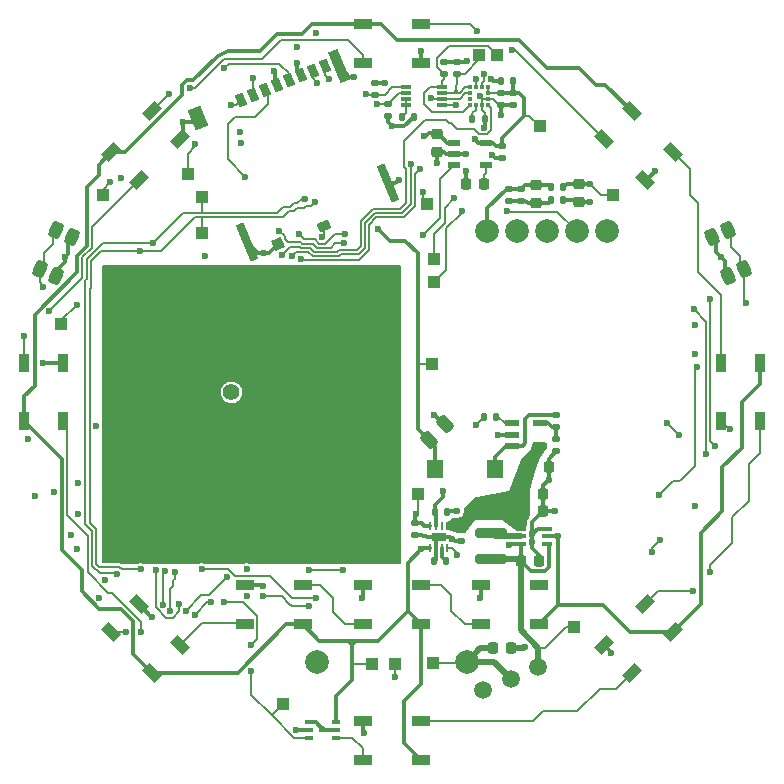
<source format=gbr>
%TF.GenerationSoftware,KiCad,Pcbnew,9.0.0*%
%TF.CreationDate,2025-02-26T14:35:45+01:00*%
%TF.ProjectId,relativeGPS,72656c61-7469-4766-9547-50532e6b6963,rev?*%
%TF.SameCoordinates,Original*%
%TF.FileFunction,Copper,L1,Top*%
%TF.FilePolarity,Positive*%
%FSLAX46Y46*%
G04 Gerber Fmt 4.6, Leading zero omitted, Abs format (unit mm)*
G04 Created by KiCad (PCBNEW 9.0.0) date 2025-02-26 14:35:45*
%MOMM*%
%LPD*%
G01*
G04 APERTURE LIST*
G04 Aperture macros list*
%AMRoundRect*
0 Rectangle with rounded corners*
0 $1 Rounding radius*
0 $2 $3 $4 $5 $6 $7 $8 $9 X,Y pos of 4 corners*
0 Add a 4 corners polygon primitive as box body*
4,1,4,$2,$3,$4,$5,$6,$7,$8,$9,$2,$3,0*
0 Add four circle primitives for the rounded corners*
1,1,$1+$1,$2,$3*
1,1,$1+$1,$4,$5*
1,1,$1+$1,$6,$7*
1,1,$1+$1,$8,$9*
0 Add four rect primitives between the rounded corners*
20,1,$1+$1,$2,$3,$4,$5,0*
20,1,$1+$1,$4,$5,$6,$7,0*
20,1,$1+$1,$6,$7,$8,$9,0*
20,1,$1+$1,$8,$9,$2,$3,0*%
%AMRotRect*
0 Rectangle, with rotation*
0 The origin of the aperture is its center*
0 $1 length*
0 $2 width*
0 $3 Rotation angle, in degrees counterclockwise*
0 Add horizontal line*
21,1,$1,$2,0,0,$3*%
G04 Aperture macros list end*
%TA.AperFunction,SMDPad,CuDef*%
%ADD10RotRect,0.700000X1.100000X22.500000*%
%TD*%
%TA.AperFunction,SMDPad,CuDef*%
%ADD11RotRect,0.900000X0.930000X22.500000*%
%TD*%
%TA.AperFunction,SMDPad,CuDef*%
%ADD12RotRect,1.050000X0.780000X22.500000*%
%TD*%
%TA.AperFunction,SMDPad,CuDef*%
%ADD13RotRect,1.140000X1.830000X22.500000*%
%TD*%
%TA.AperFunction,SMDPad,CuDef*%
%ADD14RotRect,0.860000X2.800000X22.500000*%
%TD*%
%TA.AperFunction,SMDPad,CuDef*%
%ADD15RotRect,0.700000X3.330000X22.500000*%
%TD*%
%TA.AperFunction,TestPad*%
%ADD16R,1.000000X1.000000*%
%TD*%
%TA.AperFunction,SMDPad,CuDef*%
%ADD17RoundRect,0.135000X-0.185000X0.135000X-0.185000X-0.135000X0.185000X-0.135000X0.185000X0.135000X0*%
%TD*%
%TA.AperFunction,SMDPad,CuDef*%
%ADD18R,1.450000X1.500000*%
%TD*%
%TA.AperFunction,ComponentPad*%
%ADD19C,1.500000*%
%TD*%
%TA.AperFunction,SMDPad,CuDef*%
%ADD20RoundRect,0.033333X0.391667X0.116667X-0.391667X0.116667X-0.391667X-0.116667X0.391667X-0.116667X0*%
%TD*%
%TA.AperFunction,SMDPad,CuDef*%
%ADD21RoundRect,0.225000X-0.225000X-0.250000X0.225000X-0.250000X0.225000X0.250000X-0.225000X0.250000X0*%
%TD*%
%TA.AperFunction,ComponentPad*%
%ADD22C,1.400000*%
%TD*%
%TA.AperFunction,SMDPad,CuDef*%
%ADD23RoundRect,0.135000X0.135000X0.185000X-0.135000X0.185000X-0.135000X-0.185000X0.135000X-0.185000X0*%
%TD*%
%TA.AperFunction,SMDPad,CuDef*%
%ADD24R,1.200000X0.600000*%
%TD*%
%TA.AperFunction,SMDPad,CuDef*%
%ADD25RoundRect,0.135000X0.185000X-0.135000X0.185000X0.135000X-0.185000X0.135000X-0.185000X-0.135000X0*%
%TD*%
%TA.AperFunction,SMDPad,CuDef*%
%ADD26R,1.500000X0.900000*%
%TD*%
%TA.AperFunction,SMDPad,CuDef*%
%ADD27RoundRect,0.135000X-0.135000X-0.185000X0.135000X-0.185000X0.135000X0.185000X-0.135000X0.185000X0*%
%TD*%
%TA.AperFunction,SMDPad,CuDef*%
%ADD28RoundRect,0.100000X0.350000X0.100000X-0.350000X0.100000X-0.350000X-0.100000X0.350000X-0.100000X0*%
%TD*%
%TA.AperFunction,SMDPad,CuDef*%
%ADD29RoundRect,0.100000X-0.350000X-0.100000X0.350000X-0.100000X0.350000X0.100000X-0.350000X0.100000X0*%
%TD*%
%TA.AperFunction,SMDPad,CuDef*%
%ADD30RotRect,1.500000X0.900000X45.000000*%
%TD*%
%TA.AperFunction,SMDPad,CuDef*%
%ADD31RoundRect,0.225000X0.225000X0.250000X-0.225000X0.250000X-0.225000X-0.250000X0.225000X-0.250000X0*%
%TD*%
%TA.AperFunction,SMDPad,CuDef*%
%ADD32RoundRect,0.225000X-0.250000X0.225000X-0.250000X-0.225000X0.250000X-0.225000X0.250000X0.225000X0*%
%TD*%
%TA.AperFunction,SMDPad,CuDef*%
%ADD33RotRect,1.500000X0.900000X225.000000*%
%TD*%
%TA.AperFunction,SMDPad,CuDef*%
%ADD34R,0.254000X0.711200*%
%TD*%
%TA.AperFunction,SMDPad,CuDef*%
%ADD35R,1.295400X0.711200*%
%TD*%
%TA.AperFunction,SMDPad,CuDef*%
%ADD36RoundRect,0.200000X1.150000X-0.200000X1.150000X0.200000X-1.150000X0.200000X-1.150000X-0.200000X0*%
%TD*%
%TA.AperFunction,SMDPad,CuDef*%
%ADD37R,0.381000X0.355600*%
%TD*%
%TA.AperFunction,SMDPad,CuDef*%
%ADD38R,0.355600X0.381000*%
%TD*%
%TA.AperFunction,SMDPad,CuDef*%
%ADD39R,0.900000X1.500000*%
%TD*%
%TA.AperFunction,SMDPad,CuDef*%
%ADD40RoundRect,0.250000X0.159099X-0.512652X0.512652X-0.159099X-0.159099X0.512652X-0.512652X0.159099X0*%
%TD*%
%TA.AperFunction,SMDPad,CuDef*%
%ADD41RoundRect,0.262500X0.409942X-0.303743X0.075094X0.504652X-0.409942X0.303743X-0.075094X-0.504652X0*%
%TD*%
%TA.AperFunction,SMDPad,CuDef*%
%ADD42RotRect,1.500000X0.900000X315.000000*%
%TD*%
%TA.AperFunction,SMDPad,CuDef*%
%ADD43RotRect,1.500000X0.900000X135.000000*%
%TD*%
%TA.AperFunction,TestPad*%
%ADD44R,0.720000X0.350000*%
%TD*%
%TA.AperFunction,SMDPad,CuDef*%
%ADD45RoundRect,0.055000X0.445000X0.220000X-0.445000X0.220000X-0.445000X-0.220000X0.445000X-0.220000X0*%
%TD*%
%TA.AperFunction,SMDPad,CuDef*%
%ADD46RoundRect,0.262500X-0.075094X0.504652X-0.409942X-0.303743X0.075094X-0.504652X0.409942X0.303743X0*%
%TD*%
%TA.AperFunction,ComponentPad*%
%ADD47C,2.000000*%
%TD*%
%TA.AperFunction,ViaPad*%
%ADD48C,0.600000*%
%TD*%
%TA.AperFunction,Conductor*%
%ADD49C,0.150000*%
%TD*%
%TA.AperFunction,Conductor*%
%ADD50C,0.300000*%
%TD*%
%TA.AperFunction,Conductor*%
%ADD51C,0.500000*%
%TD*%
%TA.AperFunction,Conductor*%
%ADD52C,0.200000*%
%TD*%
G04 APERTURE END LIST*
D10*
%TO.P,CN4,1,DAT2*%
%TO.N,/SD_DAT2*%
X87200737Y-75298479D03*
%TO.P,CN4,2,CD/DAT3*%
%TO.N,/SD_DAT3*%
X88217004Y-74877527D03*
%TO.P,CN4,3,CMD*%
%TO.N,/SD_CMD*%
X89233272Y-74456576D03*
%TO.P,CN4,4,VDD*%
%TO.N,+3.3V*%
X90249539Y-74035624D03*
%TO.P,CN4,5,CLK*%
%TO.N,Net-(CN4-CLK)*%
X91265807Y-73614672D03*
%TO.P,CN4,6,VSS*%
%TO.N,GND*%
X92282074Y-73193720D03*
%TO.P,CN4,7,DAT0*%
%TO.N,/SD_DAT0*%
X93298342Y-72772769D03*
%TO.P,CN4,8,DAT1*%
%TO.N,/SD_DAT1*%
X94314609Y-72351817D03*
D11*
%TO.P,CN4,9,VSS*%
%TO.N,GND*%
X90317142Y-87499641D03*
D12*
%TO.P,CN4,10,DETECT_SW*%
%TO.N,/SD_DETECT*%
X94286189Y-85936787D03*
D13*
%TO.P,CN4,P1,SHIELD*%
%TO.N,GND*%
X83621825Y-76797149D03*
D14*
%TO.P,CN4,P2,SHIELD*%
X95503741Y-72400458D03*
D15*
%TO.P,CN4,P3,SHIELD*%
X87723760Y-87274984D03*
%TO.P,CN4,P4,SHIELD*%
X99697239Y-82315407D03*
%TD*%
D16*
%TO.P,TP8,1*%
%TO.N,/MAG_ACC/LSM_SCL*%
X107400000Y-71500000D03*
%TD*%
D17*
%TO.P,C12,1*%
%TO.N,+1V8*%
X109230511Y-74690000D03*
%TO.P,C12,2*%
%TO.N,GND*%
X109230511Y-75710000D03*
%TD*%
D16*
%TO.P,TP1,1*%
%TO.N,+BATT*%
X103500000Y-122900000D03*
%TD*%
D18*
%TO.P,L2,1,1*%
%TO.N,Net-(U4-SW)*%
X108725000Y-106500000D03*
%TO.P,L2,2,2*%
%TO.N,+3.3V_GPS*%
X103675000Y-106500000D03*
%TD*%
D19*
%TO.P,SW1,1*%
%TO.N,unconnected-(SW1-Pad1)*%
X107708353Y-125246951D03*
%TO.P,SW1,2*%
%TO.N,+BATT*%
X110055007Y-124274935D03*
%TO.P,SW1,3*%
%TO.N,+3V0*%
X112401661Y-123302919D03*
%TD*%
D20*
%TO.P,U2,1,GND*%
%TO.N,GND*%
X104280511Y-75650000D03*
%TO.P,U2,2,VREF1*%
%TO.N,+1V8*%
X104280511Y-75150000D03*
%TO.P,U2,3,SCL1*%
%TO.N,/MAG_ACC/LSM_SCL*%
X104280511Y-74650000D03*
%TO.P,U2,4,SDA1*%
%TO.N,/MAG_ACC/LSM_SDA*%
X104280511Y-74150000D03*
%TO.P,U2,5,SDA2*%
%TO.N,/SDA*%
X101180511Y-74150000D03*
%TO.P,U2,6,SCL2*%
%TO.N,/SCL*%
X101180511Y-74650000D03*
%TO.P,U2,7,VREF2*%
%TO.N,Net-(U2-EN)*%
X101180511Y-75150000D03*
%TO.P,U2,8,EN*%
X101180511Y-75650000D03*
%TD*%
D16*
%TO.P,TP14,1*%
%TO.N,/LED_DATA*%
X90800000Y-126400000D03*
%TD*%
D21*
%TO.P,C20,1*%
%TO.N,+3V0*%
X110924999Y-114300000D03*
%TO.P,C20,2*%
%TO.N,GND*%
X112474999Y-114300000D03*
%TD*%
D17*
%TO.P,R5,1*%
%TO.N,+1V8*%
X105530511Y-72030000D03*
%TO.P,R5,2*%
%TO.N,/MAG_ACC/LSM_SCL*%
X105530511Y-73050000D03*
%TD*%
D16*
%TO.P,TP2,1*%
%TO.N,+3V0*%
X115400000Y-119900000D03*
%TD*%
D22*
%TO.P,ANT1,1*%
%TO.N,Net-(ANT1-Pad1)*%
X86415000Y-100015000D03*
%TD*%
D21*
%TO.P,C25,1*%
%TO.N,+5V*%
X111250000Y-108600000D03*
%TO.P,C25,2*%
%TO.N,GND*%
X112800000Y-108600000D03*
%TD*%
D23*
%TO.P,C30,1*%
%TO.N,+1V8*%
X110240511Y-73700000D03*
%TO.P,C30,2*%
%TO.N,GND*%
X109220511Y-73700000D03*
%TD*%
D24*
%TO.P,U4,1,EN*%
%TO.N,Net-(U4-EN)*%
X110200000Y-102650000D03*
%TO.P,U4,2,GND*%
%TO.N,GND*%
X110200000Y-103600000D03*
%TO.P,U4,3,SW*%
%TO.N,Net-(U4-SW)*%
X110200000Y-104550000D03*
%TO.P,U4,4,IN*%
%TO.N,+5V*%
X112500000Y-104550000D03*
%TO.P,U4,5,FB*%
%TO.N,Net-(U4-FB)*%
X112500000Y-102650000D03*
%TD*%
D16*
%TO.P,TP5,1*%
%TO.N,+3.3V_LORA*%
X118700000Y-83300000D03*
%TD*%
D25*
%TO.P,R10,1*%
%TO.N,+3.3V*%
X99650000Y-76620000D03*
%TO.P,R10,2*%
%TO.N,/SCL*%
X99650000Y-75600000D03*
%TD*%
D26*
%TO.P,D1,1,VDD*%
%TO.N,+5V*%
X102450000Y-131150000D03*
%TO.P,D1,2,DOUT*%
%TO.N,Net-(D1-DOUT)*%
X102450000Y-127850000D03*
%TO.P,D1,3,GND*%
%TO.N,GND*%
X97550000Y-127850000D03*
%TO.P,D1,4,DIN*%
%TO.N,Net-(D1-DIN)*%
X97550000Y-131150000D03*
%TD*%
D27*
%TO.P,R1,1*%
%TO.N,/3V3_TESEO_EN*%
X107790000Y-102100000D03*
%TO.P,R1,2*%
%TO.N,Net-(U4-EN)*%
X108810000Y-102100000D03*
%TD*%
D28*
%TO.P,U8,1,VIN*%
%TO.N,+3V0*%
X113099999Y-112850000D03*
%TO.P,U8,2,FB*%
%TO.N,+5V*%
X113099999Y-112200000D03*
%TO.P,U8,3,GND*%
%TO.N,GND*%
X113099999Y-111550000D03*
D29*
%TO.P,U8,4,VOUT*%
%TO.N,+5V*%
X110899999Y-111550000D03*
%TO.P,U8,5,L*%
%TO.N,Net-(U8-L)*%
X110899999Y-112200000D03*
%TO.P,U8,6,EN*%
%TO.N,+3V0*%
X110899999Y-112850000D03*
%TD*%
D16*
%TO.P,TP7,1*%
%TO.N,+1V8*%
X112500000Y-77500000D03*
%TD*%
D26*
%TO.P,D5,1,VDD*%
%TO.N,+5V*%
X97550000Y-68850000D03*
%TO.P,D5,2,DOUT*%
%TO.N,Net-(D5-DOUT)*%
X97550000Y-72150000D03*
%TO.P,D5,3,GND*%
%TO.N,GND*%
X102450000Y-72150000D03*
%TO.P,D5,4,DIN*%
%TO.N,Net-(D4-DOUT)*%
X102450000Y-68850000D03*
%TD*%
D21*
%TO.P,C19,1*%
%TO.N,+5V*%
X111249999Y-110100000D03*
%TO.P,C19,2*%
%TO.N,GND*%
X112799999Y-110100000D03*
%TD*%
%TO.P,C15,1*%
%TO.N,+BATT*%
X108550000Y-121700000D03*
%TO.P,C15,2*%
%TO.N,GND*%
X110100000Y-121700000D03*
%TD*%
D26*
%TO.P,D9,1,VDD*%
%TO.N,+5V*%
X92450000Y-119650000D03*
%TO.P,D9,2,DOUT*%
%TO.N,Net-(D10-DIN)*%
X92450000Y-116350000D03*
%TO.P,D9,3,GND*%
%TO.N,GND*%
X87550000Y-116350000D03*
%TO.P,D9,4,DIN*%
%TO.N,Net-(D8-DOUT)*%
X87550000Y-119650000D03*
%TD*%
D30*
%TO.P,D6,1,VDD*%
%TO.N,+5V*%
X76241212Y-79706035D03*
%TO.P,D6,2,DOUT*%
%TO.N,Net-(D6-DOUT)*%
X78574665Y-82039488D03*
%TO.P,D6,3,GND*%
%TO.N,GND*%
X82039488Y-78574665D03*
%TO.P,D6,4,DIN*%
%TO.N,Net-(D5-DOUT)*%
X79706035Y-76241212D03*
%TD*%
D31*
%TO.P,C2,1*%
%TO.N,GND*%
X113275000Y-106300000D03*
%TO.P,C2,2*%
%TO.N,+5V*%
X111725000Y-106300000D03*
%TD*%
%TO.P,C18,1*%
%TO.N,Net-(U9-NR)*%
X107830511Y-82400000D03*
%TO.P,C18,2*%
%TO.N,GND*%
X106280511Y-82400000D03*
%TD*%
D17*
%TO.P,R4,1*%
%TO.N,Net-(U4-FB)*%
X113900000Y-103980000D03*
%TO.P,R4,2*%
%TO.N,GND*%
X113900000Y-105000000D03*
%TD*%
%TO.P,C21,1*%
%TO.N,Net-(U10-VDD)*%
X110900000Y-82790000D03*
%TO.P,C21,2*%
%TO.N,Net-(C21-Pad2)*%
X110900000Y-83810000D03*
%TD*%
D23*
%TO.P,R8,1*%
%TO.N,+3.3V*%
X101850511Y-76700000D03*
%TO.P,R8,2*%
%TO.N,Net-(U2-EN)*%
X100830511Y-76700000D03*
%TD*%
D16*
%TO.P,TP9,1*%
%TO.N,/MAG_ACC/LSM_SDA*%
X108900000Y-71500000D03*
%TD*%
D17*
%TO.P,C7,1*%
%TO.N,+1V8*%
X110240511Y-74700000D03*
%TO.P,C7,2*%
%TO.N,GND*%
X110240511Y-75720000D03*
%TD*%
D32*
%TO.P,C23,1*%
%TO.N,+3.3V_LORA*%
X115800000Y-82375000D03*
%TO.P,C23,2*%
%TO.N,GND*%
X115800000Y-83925000D03*
%TD*%
D26*
%TO.P,D10,1,VDD*%
%TO.N,+5V*%
X102450000Y-119650000D03*
%TO.P,D10,2,DOUT*%
%TO.N,Net-(D10-DOUT)*%
X102450000Y-116350000D03*
%TO.P,D10,3,GND*%
%TO.N,GND*%
X97550000Y-116350000D03*
%TO.P,D10,4,DIN*%
%TO.N,Net-(D10-DIN)*%
X97550000Y-119650000D03*
%TD*%
D17*
%TO.P,R3,1*%
%TO.N,Net-(U4-SW)*%
X113900000Y-101900000D03*
%TO.P,R3,2*%
%TO.N,Net-(U4-FB)*%
X113900000Y-102920000D03*
%TD*%
D16*
%TO.P,TP10,1*%
%TO.N,/GPS/3V3_TESEO_FILTERED*%
X82700000Y-81500000D03*
%TD*%
D17*
%TO.P,C13,1*%
%TO.N,+1V8*%
X109330511Y-79130000D03*
%TO.P,C13,2*%
%TO.N,GND*%
X109330511Y-80150000D03*
%TD*%
D26*
%TO.P,D11,1,VDD*%
%TO.N,+5V*%
X112450000Y-119650000D03*
%TO.P,D11,2,DOUT*%
%TO.N,unconnected-(D11-DOUT-Pad2)*%
X112450000Y-116350000D03*
%TO.P,D11,3,GND*%
%TO.N,GND*%
X107550000Y-116350000D03*
%TO.P,D11,4,DIN*%
%TO.N,Net-(D10-DOUT)*%
X107550000Y-119650000D03*
%TD*%
D33*
%TO.P,D2,1,VDD*%
%TO.N,+5V*%
X123758788Y-120293965D03*
%TO.P,D2,2,DOUT*%
%TO.N,Net-(D2-DOUT)*%
X121425335Y-117960512D03*
%TO.P,D2,3,GND*%
%TO.N,GND*%
X117960512Y-121425335D03*
%TO.P,D2,4,DIN*%
%TO.N,Net-(D1-DOUT)*%
X120293965Y-123758788D03*
%TD*%
D34*
%TO.P,U13,1,VIN*%
%TO.N,+5V*%
X103199998Y-113205000D03*
%TO.P,U13,2,GND*%
%TO.N,GND*%
X103699999Y-113205000D03*
%TO.P,U13,3,BYP*%
%TO.N,Net-(U13-BYP)*%
X104199999Y-113205000D03*
%TO.P,U13,4,EN2*%
%TO.N,/3V3_RYLR_EN*%
X104700000Y-113205000D03*
%TO.P,U13,5,EN1*%
%TO.N,+5V*%
X104700000Y-111300000D03*
%TO.P,U13,6,NC*%
%TO.N,unconnected-(U13-NC-Pad6)*%
X104199999Y-111300000D03*
%TO.P,U13,7,VOUT2*%
%TO.N,+3.3V_LORA*%
X103699999Y-111300000D03*
%TO.P,U13,8,VOUT1*%
%TO.N,+3.3V*%
X103199998Y-111300000D03*
D35*
%TO.P,U13,9,PAD*%
%TO.N,GND*%
X103949999Y-112252500D03*
%TD*%
D17*
%TO.P,R7,1*%
%TO.N,+1V8*%
X104430511Y-72030000D03*
%TO.P,R7,2*%
%TO.N,/MAG_ACC/LSM_SDA*%
X104430511Y-73050000D03*
%TD*%
D36*
%TO.P,L4,1,1*%
%TO.N,+3V0*%
X108399999Y-114100000D03*
%TO.P,L4,2,2*%
%TO.N,Net-(U8-L)*%
X108399999Y-111900000D03*
%TD*%
D37*
%TO.P,U1,1,SCL/SPC*%
%TO.N,/MAG_ACC/LSM_SCL*%
X106606511Y-74200000D03*
%TO.P,U1,2,CS*%
%TO.N,+1V8*%
X106606511Y-74700126D03*
%TO.P,U1,3,NC*%
%TO.N,unconnected-(U1-NC-Pad3)*%
X106606511Y-75200252D03*
%TO.P,U1,4,SDA/SDI/SDO*%
%TO.N,/MAG_ACC/LSM_SDA*%
X106606511Y-75700378D03*
D38*
%TO.P,U1,5,C1*%
%TO.N,Net-(U1-C1)*%
X107118448Y-75712189D03*
%TO.P,U1,6,GND*%
%TO.N,GND*%
X107618574Y-75712189D03*
D37*
%TO.P,U1,7,DRDY/MAG_INT*%
%TO.N,/MAG_ACC_DRDY*%
X108130511Y-75700378D03*
%TO.P,U1,8,GND*%
%TO.N,GND*%
X108130511Y-75200252D03*
%TO.P,U1,9,VDD*%
%TO.N,+1V8*%
X108130511Y-74700126D03*
%TO.P,U1,10,VDD_IO*%
X108130511Y-74200000D03*
D38*
%TO.P,U1,11,INT2_XL*%
%TO.N,/MAG_ACC_INT2*%
X107618574Y-74188189D03*
%TO.P,U1,12,INT1_XL*%
%TO.N,/MAG_ACC_INT1*%
X107118448Y-74188189D03*
%TD*%
D39*
%TO.P,D7,1,VDD*%
%TO.N,+5V*%
X68850000Y-102450000D03*
%TO.P,D7,2,DOUT*%
%TO.N,Net-(D7-DOUT)*%
X72150000Y-102450000D03*
%TO.P,D7,3,GND*%
%TO.N,GND*%
X72150000Y-97550000D03*
%TO.P,D7,4,DIN*%
%TO.N,Net-(D6-DOUT)*%
X68850000Y-97550000D03*
%TD*%
D16*
%TO.P,TP12,1*%
%TO.N,/SCL*%
X83900000Y-86500000D03*
%TD*%
D32*
%TO.P,C16,1*%
%TO.N,+3V0*%
X103780511Y-78150000D03*
%TO.P,C16,2*%
%TO.N,GND*%
X103780511Y-79700000D03*
%TD*%
D40*
%TO.P,C3,1*%
%TO.N,+3.3V_GPS*%
X103128249Y-104071751D03*
%TO.P,C3,2*%
%TO.N,GND*%
X104471751Y-102728249D03*
%TD*%
D16*
%TO.P,TP6,1*%
%TO.N,+3.3V*%
X102200000Y-108600000D03*
%TD*%
D23*
%TO.P,L5,1,1*%
%TO.N,+3.3V_LORA*%
X114510000Y-82650000D03*
%TO.P,L5,2,2*%
%TO.N,Net-(U10-VDD)*%
X113490000Y-82650000D03*
%TD*%
D27*
%TO.P,C11,1*%
%TO.N,+3.3V_LORA*%
X103670000Y-110120000D03*
%TO.P,C11,2*%
%TO.N,GND*%
X104690000Y-110120000D03*
%TD*%
D17*
%TO.P,C24,1*%
%TO.N,Net-(U10-VDD)*%
X109875000Y-82790000D03*
%TO.P,C24,2*%
%TO.N,Net-(C21-Pad2)*%
X109875000Y-83810000D03*
%TD*%
%TO.P,R9,1*%
%TO.N,+3.3V*%
X98550000Y-73790000D03*
%TO.P,R9,2*%
%TO.N,/SDA*%
X98550000Y-74810000D03*
%TD*%
D16*
%TO.P,TP4,1*%
%TO.N,+3.3V_GPS*%
X103400000Y-97600000D03*
%TD*%
%TO.P,TP18,1*%
%TO.N,/RYLR998_RX*%
X103600000Y-88700000D03*
%TD*%
D23*
%TO.P,C9,1*%
%TO.N,Net-(U13-BYP)*%
X104600000Y-114320000D03*
%TO.P,C9,2*%
%TO.N,GND*%
X103580000Y-114320000D03*
%TD*%
D41*
%TO.P,SW3,1*%
%TO.N,GND*%
X128474508Y-90153780D03*
X127096847Y-86827812D03*
%TO.P,SW3,2*%
%TO.N,/BUTTON_2*%
X129814133Y-89598888D03*
X128436472Y-86272920D03*
%TD*%
D32*
%TO.P,C22,1*%
%TO.N,Net-(U10-VDD)*%
X112200000Y-82450000D03*
%TO.P,C22,2*%
%TO.N,Net-(C21-Pad2)*%
X112200000Y-84000000D03*
%TD*%
D39*
%TO.P,D3,1,VDD*%
%TO.N,+5V*%
X131150000Y-97550000D03*
%TO.P,D3,2,DOUT*%
%TO.N,Net-(D3-DOUT)*%
X127850000Y-97550000D03*
%TO.P,D3,3,GND*%
%TO.N,GND*%
X127850000Y-102450000D03*
%TO.P,D3,4,DIN*%
%TO.N,Net-(D2-DOUT)*%
X131150000Y-102450000D03*
%TD*%
D17*
%TO.P,C10,1*%
%TO.N,+3.3V*%
X101980000Y-111110000D03*
%TO.P,C10,2*%
%TO.N,GND*%
X101980000Y-112130000D03*
%TD*%
D16*
%TO.P,TP13,1*%
%TO.N,/SDA*%
X83900000Y-83500000D03*
%TD*%
%TO.P,TP19,1*%
%TO.N,/RYLR998_TX*%
X103600000Y-90700000D03*
%TD*%
D27*
%TO.P,C14,1*%
%TO.N,Net-(U1-C1)*%
X106820511Y-76900000D03*
%TO.P,C14,2*%
%TO.N,GND*%
X107840511Y-76900000D03*
%TD*%
D42*
%TO.P,D4,1,VDD*%
%TO.N,+5V*%
X120293965Y-76241212D03*
%TO.P,D4,2,DOUT*%
%TO.N,Net-(D4-DOUT)*%
X117960512Y-78574665D03*
%TO.P,D4,3,GND*%
%TO.N,GND*%
X121425335Y-82039488D03*
%TO.P,D4,4,DIN*%
%TO.N,Net-(D3-DOUT)*%
X123758788Y-79706035D03*
%TD*%
D16*
%TO.P,TP3,1*%
%TO.N,+5V*%
X98300000Y-123000000D03*
%TD*%
%TO.P,TP11,1*%
%TO.N,GND*%
X100300000Y-123000000D03*
%TD*%
D43*
%TO.P,D8,1,VDD*%
%TO.N,+5V*%
X79706035Y-123758788D03*
%TO.P,D8,2,DOUT*%
%TO.N,Net-(D8-DOUT)*%
X82039488Y-121425335D03*
%TO.P,D8,3,GND*%
%TO.N,GND*%
X78574665Y-117960512D03*
%TO.P,D8,4,DIN*%
%TO.N,Net-(D7-DOUT)*%
X76241212Y-120293965D03*
%TD*%
D44*
%TO.P,U7,1,VCCA*%
%TO.N,+3.3V*%
X92950000Y-127950000D03*
%TO.P,U7,2,GND*%
%TO.N,GND*%
X92950000Y-128600000D03*
%TO.P,U7,3,A*%
%TO.N,/LED_DATA*%
X92950000Y-129250000D03*
%TO.P,U7,4,B*%
%TO.N,Net-(D1-DIN)*%
X95250000Y-129250000D03*
%TO.P,U7,5,DIR*%
%TO.N,+3.3V*%
X95250000Y-128600000D03*
%TO.P,U7,6,VCCB*%
%TO.N,+5V*%
X95250000Y-127950000D03*
%TD*%
D23*
%TO.P,L6,1,1*%
%TO.N,GND*%
X114510000Y-83775000D03*
%TO.P,L6,2,2*%
%TO.N,Net-(C21-Pad2)*%
X113490000Y-83775000D03*
%TD*%
D17*
%TO.P,C8,1*%
%TO.N,+5V*%
X105880000Y-111610000D03*
%TO.P,C8,2*%
%TO.N,GND*%
X105880000Y-112630000D03*
%TD*%
D45*
%TO.P,U9,1,VIN*%
%TO.N,+3V0*%
X105280511Y-78900000D03*
%TO.P,U9,2,GND*%
%TO.N,GND*%
X105280511Y-79850000D03*
%TO.P,U9,3,EN*%
%TO.N,/1V8_ACC_MAG_EN*%
X105280511Y-80800000D03*
%TO.P,U9,4,NR*%
%TO.N,Net-(U9-NR)*%
X107980511Y-80800000D03*
%TO.P,U9,5,VOUT*%
%TO.N,+1V8*%
X107980511Y-78900000D03*
%TD*%
D46*
%TO.P,SW2,1*%
%TO.N,GND*%
X72903153Y-86827812D03*
X71525492Y-90153780D03*
%TO.P,SW2,2*%
%TO.N,/BUTTON_1*%
X71563528Y-86272920D03*
X70185867Y-89598888D03*
%TD*%
D16*
%TO.P,TP16,1*%
%TO.N,/TESEO_RX*%
X72000000Y-94200000D03*
%TD*%
%TO.P,TP17,1*%
%TO.N,/TESEO_TX*%
X75500000Y-83300000D03*
%TD*%
D47*
%TO.P,U10,1,GND*%
%TO.N,GND*%
X118230000Y-86400000D03*
%TO.P,U10,2,TX*%
%TO.N,/RYLR998_TX*%
X115690000Y-86400000D03*
%TO.P,U10,3,RX*%
%TO.N,/RYLR998_RX*%
X113150000Y-86400000D03*
%TO.P,U10,4,NRST*%
%TO.N,/RYLR998_NRST*%
X110610000Y-86400000D03*
%TO.P,U10,5,VDD*%
%TO.N,Net-(U10-VDD)*%
X108070000Y-86400000D03*
%TD*%
D16*
%TO.P,TP15,1*%
%TO.N,/SD_DETECT*%
X103000000Y-84100000D03*
%TD*%
D47*
%TO.P,B7,1*%
%TO.N,+BATT*%
X106350000Y-122850000D03*
%TO.P,B7,2*%
%TO.N,GND*%
X93700000Y-122850000D03*
%TD*%
D48*
%TO.N,GND*%
X113800000Y-110100000D03*
X76300000Y-103700000D03*
X93700000Y-95900000D03*
X105500000Y-110100000D03*
X125700000Y-94300000D03*
X88700000Y-91400000D03*
X100300000Y-124100000D03*
X109200000Y-76500000D03*
X109000000Y-103600000D03*
X111899999Y-112000000D03*
X96800000Y-73300000D03*
X106300000Y-81300000D03*
X93700000Y-105500000D03*
X97500000Y-117400000D03*
X100600000Y-82000000D03*
X103600000Y-101900000D03*
X93700000Y-91300000D03*
X113300000Y-107400000D03*
X127900000Y-88600000D03*
X93700000Y-101500000D03*
X73400000Y-110300000D03*
X92500000Y-109000000D03*
X71400000Y-108500000D03*
X108412960Y-73530726D03*
X81600000Y-95800000D03*
X83786799Y-96550000D03*
X85000000Y-101300000D03*
X88700000Y-101600000D03*
X83800000Y-95400000D03*
X70500000Y-97500000D03*
X102500000Y-71100000D03*
X107500000Y-117400000D03*
X86100000Y-98000000D03*
X77700000Y-101200000D03*
X86100000Y-95800000D03*
X77900000Y-112700000D03*
X83800000Y-98200000D03*
X111899999Y-112700000D03*
X91900000Y-128600000D03*
X105430511Y-75725000D03*
X87200000Y-78900000D03*
X92000000Y-72100000D03*
X93400000Y-110100000D03*
X92001985Y-70775000D03*
X82300000Y-107800000D03*
X106300000Y-79800000D03*
X105100000Y-112400000D03*
X107430511Y-74950000D03*
X108500000Y-79900000D03*
X69800000Y-108800000D03*
X87900000Y-99100000D03*
X72300000Y-88600000D03*
X116800000Y-83900000D03*
X88600000Y-105700000D03*
X75200000Y-117400000D03*
X98700000Y-107000000D03*
X79705380Y-119005381D03*
X128656587Y-103156587D03*
X111300000Y-121600000D03*
X77800000Y-91500000D03*
X77100000Y-81900000D03*
X73350000Y-113275000D03*
X83800000Y-100000000D03*
X125700000Y-96800000D03*
X87600000Y-101000000D03*
X98800000Y-101600000D03*
X87100000Y-98300000D03*
X107800000Y-77600000D03*
X97600000Y-128900000D03*
X82300000Y-77100000D03*
X86400000Y-91300000D03*
X118550000Y-122100000D03*
X89100000Y-116400000D03*
X98600000Y-112600000D03*
X83550000Y-102850000D03*
X89200000Y-88200000D03*
X103800000Y-80600000D03*
X72800000Y-112125000D03*
X125700000Y-109650000D03*
X87713096Y-117277379D03*
X122300000Y-81300000D03*
X84200000Y-88500000D03*
X98900000Y-91100000D03*
X98700000Y-96000000D03*
X87709620Y-114190380D03*
X77600000Y-95800000D03*
X86100000Y-94000000D03*
X88400000Y-95900000D03*
%TO.N,+5V*%
X105900000Y-110800000D03*
X114099999Y-112200000D03*
X102500000Y-113300000D03*
X110899999Y-111000000D03*
%TO.N,/GPS/3V3_TESEO_FILTERED*%
X83300000Y-79000000D03*
%TO.N,+1V8*%
X103300000Y-75100000D03*
X106400000Y-72000000D03*
X107000000Y-78600000D03*
%TO.N,+3.3V*%
X74975000Y-102900000D03*
X90000000Y-72800000D03*
X93600000Y-69625000D03*
X94100000Y-128500000D03*
X123250000Y-102600000D03*
X99400000Y-73800000D03*
X87700000Y-115000000D03*
X100000000Y-77500000D03*
X75700000Y-115900000D03*
X102000000Y-110300000D03*
X69150000Y-104000000D03*
X73400000Y-107700000D03*
X124300000Y-103650000D03*
%TO.N,/3V3_RYLR_EN*%
X105500000Y-113800000D03*
X83900000Y-115000000D03*
X93600000Y-117400000D03*
%TO.N,/3V3_TESEO_EN*%
X93000000Y-118100000D03*
X107100000Y-102800000D03*
X89100000Y-117300000D03*
%TO.N,/SCL*%
X78722044Y-115000000D03*
X93500000Y-83900000D03*
X78700000Y-88050000D03*
X98750000Y-75600000D03*
%TO.N,/SDA*%
X97800000Y-74800000D03*
X79800000Y-87350000D03*
X76696987Y-115359231D03*
X92646270Y-83650311D03*
%TO.N,/MAG_ACC_INT1*%
X101600000Y-80700000D03*
X107100000Y-73500000D03*
X91500000Y-88506587D03*
%TO.N,/MAG_ACC_DRDY*%
X90680252Y-88393745D03*
%TO.N,/MAG_ACC_INT2*%
X102350000Y-81100000D03*
X107767170Y-73058541D03*
X92303686Y-88695497D03*
%TO.N,/TESEO_RX*%
X73300000Y-92600000D03*
%TO.N,/TESEO_TX*%
X76175000Y-82200000D03*
%TO.N,/NRST*%
X80000000Y-115100000D03*
X82000000Y-117900000D03*
%TO.N,/UART_RX*%
X125550000Y-93000000D03*
X81197995Y-118531773D03*
X81595624Y-115202621D03*
X126606587Y-105206587D03*
%TO.N,/1V8_ACC_MAG_EN*%
X95900000Y-115100000D03*
X102650000Y-86700000D03*
X93000000Y-115100000D03*
%TO.N,/RYLR998_RX*%
X105300000Y-83600000D03*
%TO.N,/RYLR998_TX*%
X105900000Y-84700000D03*
X109724087Y-84700913D03*
%TO.N,/UART_TX*%
X80795922Y-115180699D03*
X80600000Y-118000000D03*
X126950000Y-92100000D03*
X127350000Y-104550000D03*
%TO.N,/SWDIO*%
X82584456Y-118492228D03*
X86013973Y-115686027D03*
%TO.N,/SWCLK*%
X84700000Y-117775000D03*
X122706587Y-112493413D03*
X125850000Y-97900000D03*
X122025000Y-113500000D03*
X83300000Y-118850000D03*
X122600000Y-108750000D03*
%TO.N,/SD_DAT0*%
X93700000Y-73800000D03*
%TO.N,/SD_DAT3*%
X88200000Y-73400000D03*
X96000000Y-86600000D03*
X92100000Y-86600000D03*
%TO.N,/SD_CMD*%
X87600000Y-81800000D03*
%TO.N,/SD_DETECT*%
X94077360Y-86850000D03*
X102650000Y-83100000D03*
%TO.N,/SD_DAT1*%
X94700000Y-73500000D03*
%TO.N,/SD_DAT2*%
X86400000Y-75700000D03*
X90475001Y-86355839D03*
X95924999Y-87396479D03*
%TO.N,Net-(D2-DOUT)*%
X125500000Y-116850000D03*
X126950000Y-115200000D03*
%TO.N,Net-(D4-DOUT)*%
X110200000Y-71050000D03*
X107200000Y-69400000D03*
%TO.N,Net-(D5-DOUT)*%
X81150000Y-74750000D03*
X82900000Y-74250000D03*
%TO.N,Net-(D6-DOUT)*%
X68850000Y-95250000D03*
X71000000Y-93100000D03*
%TO.N,Net-(D7-DOUT)*%
X78750000Y-120350000D03*
X77450000Y-120300000D03*
%TO.N,/BUTTON_1*%
X70500000Y-91100000D03*
%TO.N,/BUTTON_2*%
X130000000Y-92450000D03*
%TO.N,/LED_DATA*%
X85750000Y-117775000D03*
X88100000Y-121400000D03*
X88100000Y-123600000D03*
%TO.N,+3V0*%
X109900000Y-112950000D03*
X102700000Y-78300000D03*
%TO.N,Net-(CN4-CLK)*%
X85800000Y-72600000D03*
%TO.N,+3.3V_GPS*%
X98800000Y-86200000D03*
X87113377Y-77935881D03*
%TO.N,+3.3V_LORA*%
X104300000Y-108400000D03*
X116800000Y-82400000D03*
%TD*%
D49*
%TO.N,+1V8*%
X103519297Y-75150000D02*
X104280511Y-75150000D01*
X103300000Y-75100000D02*
X103469297Y-75100000D01*
X103469297Y-75100000D02*
X103519297Y-75150000D01*
%TO.N,/MAG_ACC/LSM_SDA*%
X103250000Y-74150000D02*
X104280511Y-74150000D01*
X103400000Y-76300000D02*
X102700000Y-75600000D01*
X106006889Y-76300000D02*
X103400000Y-76300000D01*
X102700000Y-74700000D02*
X103250000Y-74150000D01*
X106606511Y-75700378D02*
X106006889Y-76300000D01*
X102700000Y-75600000D02*
X102700000Y-74700000D01*
D50*
%TO.N,GND*%
X102900000Y-112200000D02*
X102600000Y-112200000D01*
X110200000Y-103600000D02*
X109000000Y-103600000D01*
X102600000Y-112200000D02*
X102530000Y-112130000D01*
X111899999Y-112000000D02*
X111899999Y-111000000D01*
X103699999Y-114200001D02*
X103580000Y-114320000D01*
X108582234Y-73700000D02*
X108412960Y-73530726D01*
D49*
X107618574Y-76118574D02*
X107840511Y-76340511D01*
D50*
X112474999Y-113775000D02*
X112199999Y-113500000D01*
X104710000Y-110100000D02*
X104690000Y-110120000D01*
X104952500Y-112252500D02*
X105100000Y-112400000D01*
X112199999Y-113500000D02*
X111899999Y-113200000D01*
X70550000Y-97550000D02*
X72150000Y-97550000D01*
X102952500Y-112252500D02*
X102900000Y-112200000D01*
D49*
X107618574Y-75712189D02*
X107618574Y-76118574D01*
D50*
X109230511Y-75710000D02*
X109230511Y-76469489D01*
X109230511Y-76469489D02*
X109200000Y-76500000D01*
X112474999Y-114300000D02*
X112474999Y-113775000D01*
X103699999Y-113205000D02*
X103699999Y-112502500D01*
X118550000Y-122014823D02*
X117960512Y-121425335D01*
X118550000Y-122100000D02*
X118550000Y-122014823D01*
X113275000Y-106300000D02*
X113275000Y-105625000D01*
X115650000Y-83775000D02*
X115800000Y-83925000D01*
X103699999Y-112502500D02*
X103949999Y-112252500D01*
X96403283Y-73300000D02*
X96800000Y-73300000D01*
X113275000Y-107375000D02*
X113300000Y-107400000D01*
D49*
X107680763Y-75200252D02*
X107430511Y-74950000D01*
D50*
X90317142Y-87499641D02*
X89616783Y-88200000D01*
X106250000Y-79850000D02*
X106300000Y-79800000D01*
X128200000Y-89879272D02*
X128200000Y-88900000D01*
X72600000Y-88300000D02*
X72300000Y-88600000D01*
X88648776Y-88200000D02*
X89200000Y-88200000D01*
D49*
X109110000Y-75710000D02*
X108600252Y-75200252D01*
X107618574Y-75712189D02*
X107618574Y-75138063D01*
D50*
X121560512Y-82039488D02*
X122300000Y-81300000D01*
X112800000Y-107900000D02*
X113300000Y-107400000D01*
D49*
X100300000Y-123000000D02*
X100300000Y-124100000D01*
D50*
X103780511Y-79700000D02*
X104400000Y-79700000D01*
X105280511Y-79850000D02*
X106250000Y-79850000D01*
X102450000Y-71150000D02*
X102500000Y-71100000D01*
X103780511Y-80580511D02*
X103800000Y-80600000D01*
D49*
X128556587Y-103156587D02*
X127850000Y-102450000D01*
X105355511Y-75650000D02*
X105430511Y-75725000D01*
D50*
X112799999Y-110100000D02*
X113800000Y-110100000D01*
X109220511Y-73700000D02*
X108582234Y-73700000D01*
X92000000Y-72911646D02*
X92000000Y-72100000D01*
X107550000Y-116350000D02*
X107550000Y-117350000D01*
X102530000Y-112130000D02*
X101980000Y-112130000D01*
X103949999Y-112252500D02*
X104952500Y-112252500D01*
X99697239Y-82315407D02*
X100284593Y-82315407D01*
X106280511Y-81319489D02*
X106300000Y-81300000D01*
X92950000Y-128600000D02*
X91900000Y-128600000D01*
X112349999Y-111550000D02*
X113099999Y-111550000D01*
X113275000Y-106300000D02*
X113275000Y-107375000D01*
X128200000Y-88900000D02*
X127900000Y-88600000D01*
X106280511Y-82400000D02*
X106280511Y-81319489D01*
X87550000Y-116350000D02*
X89050000Y-116350000D01*
D51*
X110100000Y-121700000D02*
X111200000Y-121700000D01*
D50*
X72300000Y-88950000D02*
X72300000Y-88600000D01*
X100284593Y-82315407D02*
X100600000Y-82000000D01*
D49*
X108600252Y-75200252D02*
X108130511Y-75200252D01*
D50*
X97550000Y-117350000D02*
X97500000Y-117400000D01*
X104428249Y-102728249D02*
X103600000Y-101900000D01*
X111899999Y-112000000D02*
X112349999Y-111550000D01*
D49*
X107840511Y-76340511D02*
X107840511Y-76900000D01*
X127096847Y-86827812D02*
X127400000Y-87130965D01*
D50*
X112799999Y-110100000D02*
X112800000Y-108600000D01*
D49*
X104280511Y-75650000D02*
X105355511Y-75650000D01*
D50*
X92282074Y-73193720D02*
X92000000Y-72911646D01*
X111899999Y-112700000D02*
X111899999Y-112000000D01*
X97550000Y-128850000D02*
X97600000Y-128900000D01*
X109330511Y-80150000D02*
X108750000Y-80150000D01*
X97550000Y-127850000D02*
X97550000Y-128850000D01*
D49*
X128656587Y-103156587D02*
X128556587Y-103156587D01*
D50*
X105330000Y-112630000D02*
X105100000Y-112400000D01*
X83621825Y-76797149D02*
X83318974Y-77100000D01*
X127400000Y-87130965D02*
X127400000Y-88100000D01*
X111899999Y-111000000D02*
X112799999Y-110100000D01*
X72600000Y-87130965D02*
X72600000Y-88300000D01*
X113275000Y-105625000D02*
X113900000Y-105000000D01*
X110240511Y-75720000D02*
X109240511Y-75720000D01*
D49*
X108130511Y-75200252D02*
X107680763Y-75200252D01*
D50*
X102450000Y-72150000D02*
X102450000Y-71150000D01*
X105500000Y-110100000D02*
X104710000Y-110100000D01*
X109240511Y-75720000D02*
X109230511Y-75710000D01*
D49*
X109230511Y-75710000D02*
X109110000Y-75710000D01*
D50*
X79705380Y-119005381D02*
X79619534Y-119005381D01*
D49*
X107618574Y-75138063D02*
X107430511Y-74950000D01*
D50*
X83318974Y-77100000D02*
X82300000Y-77100000D01*
D51*
X111200000Y-121700000D02*
X111300000Y-121600000D01*
D50*
X111899999Y-113200000D02*
X111899999Y-112700000D01*
X114510000Y-83775000D02*
X115650000Y-83775000D01*
X71525492Y-90153780D02*
X71525492Y-89724508D01*
X89616783Y-88200000D02*
X89200000Y-88200000D01*
X79619534Y-119005381D02*
X78574665Y-117960512D01*
X121425335Y-82039488D02*
X121560512Y-82039488D01*
X107840511Y-77559489D02*
X107800000Y-77600000D01*
X72903153Y-86827812D02*
X72600000Y-87130965D01*
X89050000Y-116350000D02*
X89100000Y-116400000D01*
X97550000Y-116350000D02*
X97550000Y-117350000D01*
X105880000Y-112630000D02*
X105330000Y-112630000D01*
X87723760Y-87274984D02*
X88648776Y-88200000D01*
X116775000Y-83925000D02*
X116800000Y-83900000D01*
X104471751Y-102728249D02*
X104428249Y-102728249D01*
X103949999Y-112252500D02*
X102952500Y-112252500D01*
X115800000Y-83925000D02*
X116775000Y-83925000D01*
X107840511Y-76900000D02*
X107840511Y-77559489D01*
X108750000Y-80150000D02*
X108500000Y-79900000D01*
X103699999Y-113205000D02*
X103699999Y-114200001D01*
X104400000Y-79700000D02*
X104550000Y-79850000D01*
X112800000Y-108600000D02*
X112800000Y-107900000D01*
X107550000Y-117350000D02*
X107500000Y-117400000D01*
X82039488Y-78574665D02*
X82300000Y-78314153D01*
X127400000Y-88100000D02*
X127900000Y-88600000D01*
X71525492Y-89724508D02*
X72300000Y-88950000D01*
X95503741Y-72400458D02*
X96403283Y-73300000D01*
X70500000Y-97500000D02*
X70550000Y-97550000D01*
X82300000Y-78314153D02*
X82300000Y-77100000D01*
X103780511Y-79700000D02*
X103780511Y-80580511D01*
D49*
X128474508Y-90153780D02*
X128200000Y-89879272D01*
D50*
X104550000Y-79850000D02*
X105280511Y-79850000D01*
%TO.N,+5V*%
X102450000Y-119650000D02*
X102450000Y-124750000D01*
X113099998Y-112200000D02*
X113099999Y-112200000D01*
X111250000Y-108600000D02*
X111250000Y-106775000D01*
X73750000Y-116869239D02*
X75205761Y-118325000D01*
X126150000Y-111900000D02*
X127950000Y-110100000D01*
X75205761Y-118325000D02*
X77025000Y-118325000D01*
X82250000Y-74828619D02*
X82250000Y-73980761D01*
X114099999Y-112200000D02*
X114099999Y-118000001D01*
X96250000Y-121050000D02*
X93850000Y-121050000D01*
X102500000Y-113300000D02*
X101350000Y-114450000D01*
X91050000Y-119650000D02*
X86941212Y-123758788D01*
X101350000Y-114450000D02*
X101350000Y-118550000D01*
X120143965Y-120293965D02*
X123758788Y-120293965D01*
X77372584Y-79706035D02*
X82250000Y-74828619D01*
X72050000Y-113350000D02*
X72050000Y-105650000D01*
X129600000Y-100850000D02*
X131150000Y-99300000D01*
X97550000Y-68850000D02*
X99100000Y-68850000D01*
X90300000Y-69650000D02*
X92400000Y-69650000D01*
X69750000Y-99450000D02*
X69750000Y-93430761D01*
X73350000Y-89830761D02*
X73350000Y-88450000D01*
X82630761Y-73600000D02*
X83200000Y-73600000D01*
X92400000Y-69650000D02*
X93200000Y-68850000D01*
X97100000Y-121050000D02*
X96600000Y-121050000D01*
X101050000Y-126150000D02*
X101050000Y-129750000D01*
X112500000Y-105000000D02*
X112500000Y-104550000D01*
D49*
X105880000Y-111610000D02*
X105880000Y-110820000D01*
D50*
X73750000Y-115050000D02*
X72050000Y-113350000D01*
X78100000Y-119400000D02*
X77025000Y-118325000D01*
X114099999Y-118000001D02*
X112450000Y-119650000D01*
X79706035Y-123758788D02*
X78100000Y-122152753D01*
X73350000Y-88450000D02*
X74150000Y-87650000D01*
X73750000Y-115050000D02*
X73750000Y-116869239D01*
X111725000Y-106300000D02*
X111725000Y-105775000D01*
X97100000Y-121050000D02*
X96950000Y-121050000D01*
X86941212Y-123758788D02*
X79706035Y-123758788D01*
X103199998Y-113205000D02*
X102595000Y-113205000D01*
X96600000Y-123000000D02*
X96600000Y-121400000D01*
X95250000Y-127950000D02*
X95250000Y-125750000D01*
X105950000Y-110800000D02*
X106350000Y-110400000D01*
X86131347Y-71108852D02*
X88841148Y-71108852D01*
X111725000Y-105775000D02*
X112500000Y-105000000D01*
X111249999Y-110100000D02*
X111250000Y-108600000D01*
X88841148Y-71108852D02*
X90300000Y-69650000D01*
X101050000Y-129750000D02*
X102450000Y-131150000D01*
X126150000Y-117902753D02*
X126150000Y-111900000D01*
X96600000Y-121400000D02*
X96250000Y-121050000D01*
X75200000Y-80747247D02*
X76241212Y-79706035D01*
X96600000Y-121400000D02*
X96600000Y-121050000D01*
X99100000Y-68850000D02*
X100450000Y-70200000D01*
X75200000Y-81600000D02*
X75200000Y-80747247D01*
X111249999Y-110100000D02*
X111249999Y-110650000D01*
D52*
X98300000Y-123000000D02*
X96600000Y-123000000D01*
D50*
X106350000Y-110400000D02*
X110299999Y-110400000D01*
X101350000Y-118550000D02*
X102450000Y-119650000D01*
D49*
X105310000Y-111610000D02*
X105880000Y-111610000D01*
D50*
X117250000Y-74000000D02*
X118052753Y-74000000D01*
X102450000Y-124750000D02*
X101050000Y-126150000D01*
X74150000Y-87650000D02*
X74150000Y-82650000D01*
X111249999Y-110650000D02*
X110899999Y-111000000D01*
X113100000Y-72550000D02*
X115800000Y-72550000D01*
X117850001Y-118000001D02*
X120143965Y-120293965D01*
X102595000Y-113205000D02*
X102500000Y-113300000D01*
X72050000Y-105650000D02*
X68850000Y-102450000D01*
X101350000Y-118550000D02*
X98850000Y-121050000D01*
X127950000Y-106350000D02*
X129600000Y-104700000D01*
X111250000Y-106775000D02*
X111725000Y-106300000D01*
X105900000Y-110800000D02*
X105950000Y-110800000D01*
X110750000Y-70200000D02*
X113100000Y-72550000D01*
X93200000Y-68850000D02*
X97550000Y-68850000D01*
X82250000Y-73980761D02*
X82630761Y-73600000D01*
X110299999Y-110400000D02*
X110899999Y-111000000D01*
X100450000Y-70200000D02*
X110750000Y-70200000D01*
X96950000Y-121050000D02*
X96600000Y-121400000D01*
X85247749Y-71552251D02*
X86131347Y-71108852D01*
D49*
X105880000Y-110820000D02*
X105900000Y-110800000D01*
D50*
X113099999Y-112200000D02*
X114099999Y-112200000D01*
X96600000Y-121050000D02*
X96250000Y-121050000D01*
X127950000Y-110100000D02*
X127950000Y-106350000D01*
X114099999Y-118000001D02*
X117850001Y-118000001D01*
X68850000Y-102450000D02*
X68850000Y-100350000D01*
X93850000Y-121050000D02*
X92450000Y-119650000D01*
X131150000Y-99300000D02*
X131150000Y-97550000D01*
X74150000Y-82650000D02*
X75200000Y-81600000D01*
X123758788Y-120293965D02*
X126150000Y-117902753D01*
X115800000Y-72550000D02*
X117250000Y-74000000D01*
D49*
X104700000Y-111300000D02*
X105000000Y-111300000D01*
D50*
X118052753Y-74000000D02*
X120293965Y-76241212D01*
X129600000Y-104700000D02*
X129600000Y-100850000D01*
X110899999Y-111550000D02*
X110899999Y-111000000D01*
D49*
X105000000Y-111300000D02*
X105310000Y-111610000D01*
D50*
X96600000Y-124400000D02*
X96600000Y-123000000D01*
X92450000Y-119650000D02*
X91050000Y-119650000D01*
X78100000Y-122152753D02*
X78100000Y-119400000D01*
X76241212Y-79706035D02*
X77372584Y-79706035D01*
X69750000Y-93430761D02*
X73350000Y-89830761D01*
X95250000Y-125750000D02*
X96600000Y-124400000D01*
X83200000Y-73600000D02*
X85247749Y-71552251D01*
X98850000Y-121050000D02*
X97100000Y-121050000D01*
X68850000Y-100350000D02*
X69750000Y-99450000D01*
D49*
%TO.N,/GPS/3V3_TESEO_FILTERED*%
X82700000Y-79800000D02*
X82700000Y-81500000D01*
X83300000Y-79000000D02*
X83300000Y-79200000D01*
X83300000Y-79200000D02*
X82700000Y-79800000D01*
D50*
%TO.N,+1V8*%
X111200000Y-75100000D02*
X110800000Y-74700000D01*
X105530511Y-72030000D02*
X106370000Y-72030000D01*
X110240511Y-73700000D02*
X110240511Y-74700000D01*
X104430511Y-72030000D02*
X105530511Y-72030000D01*
D52*
X112500000Y-77500000D02*
X111600000Y-76600000D01*
D49*
X108130511Y-74700126D02*
X108130511Y-74200000D01*
X105738463Y-75150000D02*
X106188337Y-74700126D01*
D50*
X108600000Y-78900000D02*
X108830000Y-79130000D01*
D52*
X111600000Y-76600000D02*
X111200000Y-76600000D01*
D50*
X109330511Y-78469489D02*
X111200000Y-76600000D01*
X108830000Y-79130000D02*
X109330511Y-79130000D01*
D49*
X104280511Y-75150000D02*
X105738463Y-75150000D01*
D50*
X107300000Y-78900000D02*
X107000000Y-78600000D01*
X111200000Y-76600000D02*
X111200000Y-75100000D01*
X109240511Y-74700000D02*
X109230511Y-74690000D01*
X110240511Y-74700000D02*
X109240511Y-74700000D01*
X109330511Y-79130000D02*
X109330511Y-78469489D01*
X107980511Y-78900000D02*
X108600000Y-78900000D01*
X107980511Y-78900000D02*
X107300000Y-78900000D01*
X106370000Y-72030000D02*
X106400000Y-72000000D01*
D49*
X108130511Y-74700126D02*
X109220385Y-74700126D01*
X109220385Y-74700126D02*
X109230511Y-74690000D01*
X106188337Y-74700126D02*
X106606511Y-74700126D01*
D50*
X110800000Y-74700000D02*
X110240511Y-74700000D01*
D49*
%TO.N,+3.3V*%
X124300000Y-103650000D02*
X123250000Y-102600000D01*
D50*
X102700000Y-111300000D02*
X102510000Y-111110000D01*
X95250000Y-128600000D02*
X94200000Y-128600000D01*
X94200000Y-128600000D02*
X94100000Y-128500000D01*
X101980000Y-110320000D02*
X102000000Y-110300000D01*
X99390000Y-73790000D02*
X99400000Y-73800000D01*
X90249539Y-74035624D02*
X90100000Y-73886085D01*
X101980000Y-111110000D02*
X101980000Y-110320000D01*
X99650000Y-77150000D02*
X100000000Y-77500000D01*
X102510000Y-111110000D02*
X101980000Y-111110000D01*
D52*
X102200000Y-108600000D02*
X102200000Y-110100000D01*
D50*
X99650000Y-76620000D02*
X99650000Y-77150000D01*
X90100000Y-73886085D02*
X90100000Y-72900000D01*
X101050511Y-77500000D02*
X101850511Y-76700000D01*
X98550000Y-73790000D02*
X99390000Y-73790000D01*
X90100000Y-72900000D02*
X90000000Y-72800000D01*
X103199998Y-111300000D02*
X102700000Y-111300000D01*
X93550000Y-127950000D02*
X94100000Y-128500000D01*
X92950000Y-127950000D02*
X93550000Y-127950000D01*
D52*
X102200000Y-110100000D02*
X102000000Y-110300000D01*
D50*
X100000000Y-77500000D02*
X101050511Y-77500000D01*
D49*
%TO.N,Net-(U1-C1)*%
X107118448Y-75712189D02*
X107118448Y-76081552D01*
X107118448Y-76081552D02*
X106820511Y-76379489D01*
X106820511Y-76379489D02*
X106820511Y-76900000D01*
%TO.N,/3V3_RYLR_EN*%
X83900000Y-115000000D02*
X86141119Y-115000000D01*
X104700000Y-113205000D02*
X105105000Y-113205000D01*
X86141119Y-115000000D02*
X86741119Y-115600000D01*
X105105000Y-113205000D02*
X105500000Y-113600000D01*
X89700000Y-115600000D02*
X91500000Y-117400000D01*
X105500000Y-113600000D02*
X105500000Y-113800000D01*
X86741119Y-115600000D02*
X89700000Y-115600000D01*
X91500000Y-117400000D02*
X93600000Y-117400000D01*
D50*
%TO.N,Net-(U4-SW)*%
X111100000Y-104550000D02*
X110200000Y-104550000D01*
X113900000Y-101900000D02*
X111650000Y-101900000D01*
X108725000Y-105475000D02*
X108725000Y-106500000D01*
X109650000Y-104550000D02*
X108725000Y-105475000D01*
X110200000Y-104550000D02*
X109650000Y-104550000D01*
X111650000Y-101900000D02*
X111300000Y-102250000D01*
X111300000Y-104350000D02*
X111100000Y-104550000D01*
X111300000Y-102250000D02*
X111300000Y-104350000D01*
D49*
%TO.N,/3V3_TESEO_EN*%
X91500000Y-118100000D02*
X93000000Y-118100000D01*
X89100000Y-117300000D02*
X90000000Y-117300000D01*
X90000000Y-117300000D02*
X90700000Y-117300000D01*
X107790000Y-102110000D02*
X107100000Y-102800000D01*
X107790000Y-102100000D02*
X107790000Y-102110000D01*
X90700000Y-117300000D02*
X91300000Y-117900000D01*
X91300000Y-117900000D02*
X91500000Y-118100000D01*
%TO.N,Net-(U4-EN)*%
X110200000Y-102650000D02*
X109550000Y-102650000D01*
X109550000Y-102650000D02*
X109000000Y-102100000D01*
X109000000Y-102100000D02*
X108810000Y-102100000D01*
D50*
%TO.N,Net-(U4-FB)*%
X113250000Y-102650000D02*
X112500000Y-102650000D01*
X113900000Y-103980000D02*
X113900000Y-102920000D01*
X113520000Y-102920000D02*
X113250000Y-102650000D01*
X113900000Y-102920000D02*
X113520000Y-102920000D01*
D49*
%TO.N,/MAG_ACC/LSM_SCL*%
X105530511Y-73050000D02*
X105530511Y-73950000D01*
X105743489Y-74650000D02*
X106193489Y-74200000D01*
X105430511Y-74400000D02*
X105430511Y-74650000D01*
X105530511Y-73050000D02*
X106164588Y-73050000D01*
X105430511Y-74450000D02*
X105230511Y-74650000D01*
X105230511Y-74650000D02*
X105430511Y-74650000D01*
X105430511Y-74650000D02*
X105630511Y-74650000D01*
X105430511Y-74050000D02*
X105430511Y-74400000D01*
X105630511Y-74650000D02*
X105743489Y-74650000D01*
X105430511Y-74400000D02*
X105430511Y-74450000D01*
X104280511Y-74650000D02*
X105230511Y-74650000D01*
X106164588Y-73050000D02*
X107400000Y-71814588D01*
X105530511Y-73950000D02*
X105430511Y-74050000D01*
X107400000Y-71814588D02*
X107400000Y-71500000D01*
X106193489Y-74200000D02*
X106606511Y-74200000D01*
X105430511Y-74450000D02*
X105630511Y-74650000D01*
%TO.N,/MAG_ACC/LSM_SDA*%
X104280511Y-73650000D02*
X104280511Y-74150000D01*
X104831527Y-70724000D02*
X103834511Y-71721016D01*
X108124000Y-70724000D02*
X104831527Y-70724000D01*
X104430511Y-73500000D02*
X104430511Y-73050000D01*
X103834511Y-71721016D02*
X103834511Y-72454000D01*
X103834511Y-72454000D02*
X104430511Y-73050000D01*
X108900000Y-71500000D02*
X108124000Y-70724000D01*
X104280511Y-73650000D02*
X104430511Y-73500000D01*
%TO.N,Net-(U2-EN)*%
X101180511Y-75650000D02*
X101180511Y-76350000D01*
X101180511Y-75150000D02*
X101180511Y-75650000D01*
X101180511Y-76350000D02*
X100830511Y-76700000D01*
%TO.N,/SCL*%
X91300000Y-84650000D02*
X90750000Y-85200000D01*
X99650000Y-75600000D02*
X98750000Y-75600000D01*
X80450000Y-88050000D02*
X78700000Y-88050000D01*
X74500000Y-88890988D02*
X75340988Y-88050000D01*
X100600000Y-74650000D02*
X101180511Y-74650000D01*
X83900000Y-85200000D02*
X83300000Y-85200000D01*
X92000000Y-84400000D02*
X91750000Y-84650000D01*
X99650000Y-75600000D02*
X100600000Y-74650000D01*
X75340988Y-88050000D02*
X78700000Y-88050000D01*
X92525311Y-84400000D02*
X92000000Y-84400000D01*
X78722044Y-115000000D02*
X77150929Y-115000000D01*
X83300000Y-85200000D02*
X80450000Y-88050000D01*
X91750000Y-84650000D02*
X91300000Y-84650000D01*
X93500000Y-83900000D02*
X93174689Y-84225311D01*
X74500000Y-91150000D02*
X74500000Y-88890988D01*
X74400000Y-111055026D02*
X74400000Y-91250000D01*
X74400000Y-91250000D02*
X74500000Y-91150000D01*
X76925929Y-114775000D02*
X75169974Y-114775000D01*
X74950000Y-114555026D02*
X74950000Y-111605025D01*
X74950000Y-111605025D02*
X74400000Y-111055026D01*
X90750000Y-85200000D02*
X83900000Y-85200000D01*
X75169974Y-114775000D02*
X74950000Y-114555026D01*
X93174689Y-84225311D02*
X92700000Y-84225311D01*
X83900000Y-86500000D02*
X83900000Y-85200000D01*
X77150929Y-115000000D02*
X76925929Y-114775000D01*
X92700000Y-84225311D02*
X92525311Y-84400000D01*
%TO.N,/SDA*%
X75250000Y-115350000D02*
X74600000Y-114700000D01*
X92000000Y-84000000D02*
X91700000Y-84000000D01*
X74150000Y-90444975D02*
X74150000Y-88746014D01*
X74050000Y-111200000D02*
X74050000Y-90544975D01*
X97810000Y-74810000D02*
X97800000Y-74800000D01*
X92646270Y-83650311D02*
X92349689Y-83650311D01*
X74600000Y-111750000D02*
X74050000Y-111200000D01*
X83900000Y-84800000D02*
X82350000Y-84800000D01*
X92349689Y-83650311D02*
X92000000Y-84000000D01*
X99390000Y-74810000D02*
X100050000Y-74150000D01*
X82350000Y-84800000D02*
X79800000Y-87350000D01*
X100050000Y-74150000D02*
X101180511Y-74150000D01*
X76662756Y-115325000D02*
X75275000Y-115325000D01*
X74050000Y-90544975D02*
X74150000Y-90444975D01*
X98550000Y-74810000D02*
X97810000Y-74810000D01*
X90800000Y-84300000D02*
X90300000Y-84800000D01*
X74600000Y-114700000D02*
X74600000Y-111750000D01*
X74150000Y-88746014D02*
X75546014Y-87350000D01*
X75546014Y-87350000D02*
X79800000Y-87350000D01*
X76696987Y-115359231D02*
X76662756Y-115325000D01*
X90300000Y-84800000D02*
X83900000Y-84800000D01*
X83900000Y-83500000D02*
X83900000Y-84800000D01*
X75275000Y-115325000D02*
X75250000Y-115350000D01*
X98550000Y-74810000D02*
X99390000Y-74810000D01*
X91400000Y-84300000D02*
X90800000Y-84300000D01*
X91700000Y-84000000D02*
X91400000Y-84300000D01*
%TO.N,/MAG_ACC_INT1*%
X97725000Y-87783148D02*
X97186669Y-88321479D01*
X97186669Y-88321479D02*
X95653446Y-88321479D01*
X93280025Y-88475000D02*
X92925522Y-88120497D01*
X107118448Y-74188189D02*
X107118448Y-73518448D01*
X100844975Y-84850000D02*
X98544974Y-84850000D01*
X98544974Y-84850000D02*
X97725000Y-85669974D01*
X101600000Y-80700000D02*
X101600000Y-84094975D01*
X97725000Y-85669974D02*
X97725000Y-87783148D01*
X92925522Y-88120497D02*
X91886090Y-88120497D01*
X95653446Y-88321479D02*
X95499925Y-88475000D01*
X107118448Y-73518448D02*
X107100000Y-73500000D01*
X101600000Y-84094975D02*
X100844975Y-84850000D01*
X91886090Y-88120497D02*
X91500000Y-88506587D01*
X95499925Y-88475000D02*
X93280025Y-88475000D01*
%TO.N,/MAG_ACC_DRDY*%
X108385511Y-77827662D02*
X108385511Y-75955378D01*
X104600000Y-77000000D02*
X104800000Y-77200000D01*
X95508472Y-87971479D02*
X97041694Y-87971479D01*
X97375000Y-87638173D02*
X97375000Y-85524999D01*
X101175000Y-81088173D02*
X101025000Y-80938173D01*
X101025000Y-80938173D02*
X101025000Y-78775000D01*
X102800000Y-77000000D02*
X104600000Y-77000000D01*
X101025000Y-78775000D02*
X102800000Y-77000000D01*
X93425000Y-88125000D02*
X95354951Y-88125000D01*
X101175000Y-84025000D02*
X101175000Y-81088173D01*
X92280547Y-87770497D02*
X93070497Y-87770497D01*
X100700000Y-84500000D02*
X101175000Y-84025000D01*
X95354951Y-88125000D02*
X95508472Y-87971479D01*
X104800000Y-77200000D02*
X105000000Y-77200000D01*
X97375000Y-85524999D02*
X98399999Y-84500000D01*
X106913173Y-77700000D02*
X107388173Y-78175000D01*
X98399999Y-84500000D02*
X100700000Y-84500000D01*
X105500000Y-77700000D02*
X106913173Y-77700000D01*
X90680252Y-88393745D02*
X91373997Y-87700000D01*
X93070497Y-87770497D02*
X93425000Y-88125000D01*
X92210050Y-87700000D02*
X92280547Y-87770497D01*
X105000000Y-77200000D02*
X105500000Y-77700000D01*
X97041694Y-87971479D02*
X97375000Y-87638173D01*
X107388173Y-78175000D02*
X108038173Y-78175000D01*
X91373997Y-87700000D02*
X92210050Y-87700000D01*
X108385511Y-75955378D02*
X108130511Y-75700378D01*
X108038173Y-78175000D02*
X108385511Y-77827662D01*
%TO.N,/MAG_ACC_INT2*%
X92303686Y-88695497D02*
X92433189Y-88825000D01*
X107618574Y-73794599D02*
X107767170Y-73646003D01*
X101950000Y-84239949D02*
X101950000Y-81500000D01*
X92433189Y-88825000D02*
X97178123Y-88825000D01*
X98075000Y-87928123D02*
X98075000Y-85814948D01*
X98075000Y-85814948D02*
X98689948Y-85200000D01*
X100989949Y-85200000D02*
X101950000Y-84239949D01*
X97178123Y-88825000D02*
X98075000Y-87928123D01*
X107618574Y-74188189D02*
X107618574Y-73794599D01*
X98689948Y-85200000D02*
X100989949Y-85200000D01*
X101950000Y-81500000D02*
X102350000Y-81100000D01*
X107767170Y-73646003D02*
X107767170Y-73058541D01*
%TO.N,/TESEO_RX*%
X72000000Y-94200000D02*
X72000000Y-93900000D01*
X72000000Y-93900000D02*
X73300000Y-92600000D01*
%TO.N,/TESEO_TX*%
X75500000Y-82875000D02*
X76175000Y-82200000D01*
X75500000Y-83300000D02*
X75500000Y-82875000D01*
%TO.N,/NRST*%
X80893600Y-119106773D02*
X80000000Y-118213173D01*
X81436168Y-119106773D02*
X80893600Y-119106773D01*
X81850000Y-118083842D02*
X82000000Y-117933842D01*
X82000000Y-118542941D02*
X81436168Y-119106773D01*
X80000000Y-118213173D02*
X80000000Y-115100000D01*
X82000000Y-117933842D02*
X82000000Y-117900000D01*
X82000000Y-117900000D02*
X82000000Y-118542941D01*
%TO.N,Net-(U9-NR)*%
X107830511Y-81600000D02*
X107830511Y-82400000D01*
X107980511Y-81450000D02*
X107830511Y-81600000D01*
X107980511Y-80800000D02*
X107980511Y-81450000D01*
D51*
%TO.N,Net-(U8-L)*%
X108399999Y-111900000D02*
X108699999Y-112200000D01*
X108699999Y-112200000D02*
X110900000Y-112200000D01*
D49*
%TO.N,/UART_RX*%
X126606587Y-94056587D02*
X125550000Y-93000000D01*
X81500000Y-116395990D02*
X81197995Y-116697995D01*
X81500000Y-115905026D02*
X81500000Y-116395990D01*
X81197995Y-116697995D02*
X81197995Y-118531773D01*
X81595624Y-115809402D02*
X81500000Y-115905026D01*
X126606587Y-105206587D02*
X126606587Y-94056587D01*
X81595624Y-115202621D02*
X81595624Y-115809402D01*
%TO.N,/1V8_ACC_MAG_EN*%
X95900000Y-115100000D02*
X93000000Y-115100000D01*
X104100000Y-85250000D02*
X102650000Y-86700000D01*
X104100000Y-82300000D02*
X104100000Y-85250000D01*
X105280511Y-80800000D02*
X104100000Y-81980511D01*
X104100000Y-81980511D02*
X104100000Y-82300000D01*
D50*
%TO.N,Net-(U10-VDD)*%
X109875000Y-82790000D02*
X109710000Y-82790000D01*
X113290000Y-82450000D02*
X113490000Y-82650000D01*
X111240000Y-82450000D02*
X110900000Y-82790000D01*
X108070000Y-84430000D02*
X108070000Y-86400000D01*
X112200000Y-82450000D02*
X113290000Y-82450000D01*
X109710000Y-82790000D02*
X108070000Y-84430000D01*
X112200000Y-82450000D02*
X111240000Y-82450000D01*
X109875000Y-82790000D02*
X110900000Y-82790000D01*
%TO.N,Net-(C21-Pad2)*%
X109875000Y-83810000D02*
X110900000Y-83810000D01*
X112200000Y-84000000D02*
X111500000Y-84000000D01*
X112200000Y-84000000D02*
X113265000Y-84000000D01*
X111310000Y-83810000D02*
X111500000Y-84000000D01*
X110900000Y-83810000D02*
X111310000Y-83810000D01*
X113265000Y-84000000D02*
X113490000Y-83775000D01*
D49*
%TO.N,/RYLR998_RX*%
X105300000Y-83600000D02*
X104500000Y-84400000D01*
X103600000Y-86600000D02*
X103600000Y-88700000D01*
X104500000Y-85700000D02*
X103600000Y-86600000D01*
X104500000Y-84400000D02*
X104500000Y-85700000D01*
%TO.N,/RYLR998_TX*%
X105900000Y-84700000D02*
X105900000Y-84800000D01*
X109748174Y-84725000D02*
X114015000Y-84725000D01*
X114015000Y-84725000D02*
X115690000Y-86400000D01*
X105900000Y-84800000D02*
X104600000Y-86100000D01*
X104600000Y-89700000D02*
X103600000Y-90700000D01*
X109724087Y-84700913D02*
X109748174Y-84725000D01*
X104600000Y-86100000D02*
X104600000Y-89700000D01*
%TO.N,/UART_TX*%
X126956587Y-104156587D02*
X127350000Y-104550000D01*
X126950000Y-92100000D02*
X126956587Y-92106587D01*
X126956587Y-92106587D02*
X126956587Y-104156587D01*
X80600000Y-115376621D02*
X80600000Y-118000000D01*
X80795922Y-115180699D02*
X80600000Y-115376621D01*
%TO.N,/SWDIO*%
X84500000Y-117200000D02*
X83876684Y-117200000D01*
X86013973Y-115686027D02*
X84500000Y-117200000D01*
X83876684Y-117200000D02*
X82584456Y-118492228D01*
D52*
%TO.N,+BATT*%
X103500000Y-122900000D02*
X106300000Y-122900000D01*
D51*
X108550000Y-121700000D02*
X107500000Y-121700000D01*
X108630072Y-122850000D02*
X110055007Y-124274935D01*
X107500000Y-121700000D02*
X106350000Y-122850000D01*
D52*
X106300000Y-122900000D02*
X106350000Y-122850000D01*
D51*
X106350000Y-122850000D02*
X108630072Y-122850000D01*
D49*
%TO.N,/SWCLK*%
X84375000Y-117775000D02*
X83300000Y-118850000D01*
X122025000Y-113175000D02*
X122025000Y-113500000D01*
X125850000Y-97900000D02*
X125650000Y-98100000D01*
X125300000Y-106600000D02*
X125650000Y-106250000D01*
X123800000Y-107550000D02*
X124350000Y-107550000D01*
X124350000Y-107550000D02*
X124450000Y-107450000D01*
X125650000Y-98100000D02*
X125650000Y-105100000D01*
X84700000Y-117775000D02*
X84375000Y-117775000D01*
X124450000Y-107450000D02*
X125300000Y-106600000D01*
X122706587Y-112493413D02*
X122025000Y-113175000D01*
X122600000Y-108750000D02*
X123800000Y-107550000D01*
X125650000Y-106250000D02*
X125650000Y-105100000D01*
%TO.N,/SD_DAT0*%
X93298342Y-73398342D02*
X93700000Y-73800000D01*
X93298342Y-72772769D02*
X93298342Y-73398342D01*
%TO.N,/SD_DAT3*%
X88217004Y-73417004D02*
X88217004Y-74877527D01*
X92100000Y-86600000D02*
X92570497Y-87070497D01*
X95140533Y-86600000D02*
X96000000Y-86600000D01*
X88200000Y-73400000D02*
X88217004Y-73417004D01*
X93483977Y-87070497D02*
X93838480Y-87425000D01*
X92570497Y-87070497D02*
X93483977Y-87070497D01*
X93838480Y-87425000D02*
X94315533Y-87425000D01*
X94315533Y-87425000D02*
X95140533Y-86600000D01*
%TO.N,/SD_CMD*%
X86100000Y-77300000D02*
X86700000Y-76700000D01*
X86100000Y-80300000D02*
X86100000Y-77300000D01*
X86700000Y-76700000D02*
X88400000Y-76700000D01*
X87600000Y-81800000D02*
X86100000Y-80300000D01*
X89500000Y-75600000D02*
X89500000Y-74723304D01*
X89500000Y-74723304D02*
X89233272Y-74456576D01*
X88400000Y-76700000D02*
X89500000Y-75600000D01*
%TO.N,/SD_DETECT*%
X102650000Y-83750000D02*
X103000000Y-84100000D01*
X102650000Y-83100000D02*
X102650000Y-83750000D01*
X94286189Y-85936787D02*
X94286189Y-86641171D01*
X94286189Y-86641171D02*
X94077360Y-86850000D01*
%TO.N,/SD_DAT1*%
X94314609Y-73114609D02*
X94700000Y-73500000D01*
X94314609Y-72351817D02*
X94314609Y-73114609D01*
%TO.N,/SD_DAT2*%
X93693506Y-87775000D02*
X93339003Y-87420497D01*
X94825000Y-87775000D02*
X93693506Y-87775000D01*
X92425522Y-87420497D02*
X92305025Y-87300000D01*
X95924999Y-87396479D02*
X95203521Y-87396479D01*
X86400000Y-75700000D02*
X86799216Y-75700000D01*
X93339003Y-87420497D02*
X92425522Y-87420497D01*
X90939560Y-86820398D02*
X90475001Y-86355839D01*
X91200465Y-87300000D02*
X90939560Y-87039095D01*
X90939560Y-87039095D02*
X90939560Y-86820398D01*
X86799216Y-75700000D02*
X87200737Y-75298479D01*
X92305025Y-87300000D02*
X91200465Y-87300000D01*
X95203521Y-87396479D02*
X94825000Y-87775000D01*
%TO.N,Net-(D1-DIN)*%
X97550000Y-131150000D02*
X97550000Y-130150000D01*
X96650000Y-129250000D02*
X95250000Y-129250000D01*
X97550000Y-130150000D02*
X96650000Y-129250000D01*
%TO.N,Net-(D1-DOUT)*%
X111950000Y-127850000D02*
X102450000Y-127850000D01*
X117600000Y-125100000D02*
X115700000Y-127000000D01*
X120293965Y-123758788D02*
X118952753Y-125100000D01*
X118952753Y-125100000D02*
X117600000Y-125100000D01*
X112800000Y-127000000D02*
X111950000Y-127850000D01*
X115700000Y-127000000D02*
X112800000Y-127000000D01*
%TO.N,Net-(D2-DOUT)*%
X130200000Y-106100000D02*
X131150000Y-105150000D01*
X131150000Y-105150000D02*
X131150000Y-102450000D01*
X128800000Y-112800000D02*
X128800000Y-110600000D01*
X122535847Y-116850000D02*
X121425335Y-117960512D01*
X130200000Y-109200000D02*
X130200000Y-106100000D01*
X125500000Y-116850000D02*
X122535847Y-116850000D01*
X126950000Y-115200000D02*
X126950000Y-114650000D01*
X128800000Y-110600000D02*
X130200000Y-109200000D01*
X126950000Y-114650000D02*
X128800000Y-112800000D01*
%TO.N,Net-(D3-DOUT)*%
X125200000Y-83300000D02*
X125900000Y-84000000D01*
X127850000Y-91750000D02*
X127850000Y-97550000D01*
X123758788Y-79706035D02*
X125200000Y-81147247D01*
X125200000Y-81147247D02*
X125200000Y-83300000D01*
X125900000Y-84000000D02*
X125900000Y-89800000D01*
X125900000Y-89800000D02*
X127850000Y-91750000D01*
%TO.N,Net-(D4-DOUT)*%
X110435847Y-71050000D02*
X110200000Y-71050000D01*
X106650000Y-68850000D02*
X102450000Y-68850000D01*
X117960512Y-78574665D02*
X110435847Y-71050000D01*
X107200000Y-69400000D02*
X106650000Y-68850000D01*
%TO.N,Net-(D5-DOUT)*%
X96300000Y-70200000D02*
X97550000Y-71450000D01*
X82900000Y-74250000D02*
X83336827Y-74250000D01*
X89000000Y-71800000D02*
X90600000Y-70200000D01*
X79706035Y-76241212D02*
X81147247Y-74800000D01*
X82850000Y-74250000D02*
X82900000Y-74250000D01*
X97550000Y-71450000D02*
X97550000Y-72150000D01*
X83336827Y-74250000D02*
X85786827Y-71800000D01*
X90600000Y-70200000D02*
X96300000Y-70200000D01*
X85786827Y-71800000D02*
X89000000Y-71800000D01*
X81147247Y-74800000D02*
X81150000Y-74750000D01*
%TO.N,Net-(D6-DOUT)*%
X73800000Y-90300000D02*
X73800000Y-88601040D01*
X71000000Y-93100000D02*
X73800000Y-90300000D01*
X74575000Y-87826040D02*
X74575000Y-86039153D01*
X68850000Y-97550000D02*
X68850000Y-95250000D01*
X74575000Y-86039153D02*
X78574665Y-82039488D01*
X73800000Y-88601040D02*
X74575000Y-87826040D01*
%TO.N,Net-(D7-DOUT)*%
X76301040Y-117000000D02*
X75986827Y-117000000D01*
X75986827Y-117000000D02*
X74250000Y-115263173D01*
X72475000Y-102775000D02*
X72150000Y-102450000D01*
X78750000Y-119448960D02*
X76301040Y-117000000D01*
X76241212Y-120293965D02*
X76241212Y-120241212D01*
X76241212Y-120293965D02*
X77443965Y-120293965D01*
X74250000Y-112200000D02*
X72475000Y-110425000D01*
X77443965Y-120293965D02*
X77450000Y-120300000D01*
X78750000Y-120350000D02*
X78750000Y-119448960D01*
X72475000Y-110425000D02*
X72475000Y-102775000D01*
X74250000Y-115263173D02*
X74250000Y-112200000D01*
%TO.N,Net-(D8-DOUT)*%
X83914823Y-119550000D02*
X82039488Y-121425335D01*
X87450000Y-119550000D02*
X83914823Y-119550000D01*
X87550000Y-119650000D02*
X87450000Y-119550000D01*
%TO.N,Net-(D10-DIN)*%
X93950000Y-116350000D02*
X95000000Y-117400000D01*
X95000000Y-117400000D02*
X95000000Y-118600000D01*
X92450000Y-116350000D02*
X93950000Y-116350000D01*
X95000000Y-118600000D02*
X96050000Y-119650000D01*
X96050000Y-119650000D02*
X97550000Y-119650000D01*
%TO.N,Net-(D10-DOUT)*%
X105000000Y-118500000D02*
X106150000Y-119650000D01*
X106150000Y-119650000D02*
X107550000Y-119650000D01*
X102450000Y-116350000D02*
X104150000Y-116350000D01*
X104150000Y-116350000D02*
X105000000Y-117200000D01*
X105000000Y-117200000D02*
X105000000Y-118500000D01*
%TO.N,/BUTTON_1*%
X70500000Y-91028266D02*
X70185867Y-90714133D01*
X70500000Y-91100000D02*
X70500000Y-91028266D01*
X70185867Y-89598888D02*
X70201112Y-89598888D01*
X70201112Y-89598888D02*
X70550000Y-89250000D01*
X71300000Y-86536448D02*
X71563528Y-86272920D01*
X70550000Y-89250000D02*
X70550000Y-88200000D01*
X71300000Y-87450000D02*
X71300000Y-86536448D01*
X70550000Y-88200000D02*
X71300000Y-87450000D01*
X70185867Y-90714133D02*
X70185867Y-89598888D01*
%TO.N,/BUTTON_2*%
X129500000Y-88500000D02*
X129500000Y-89284755D01*
X129500000Y-89284755D02*
X129814133Y-89598888D01*
X129814133Y-89598888D02*
X129814133Y-92264133D01*
X129814133Y-92264133D02*
X130000000Y-92450000D01*
X128750000Y-87750000D02*
X129500000Y-88500000D01*
X128750000Y-86586448D02*
X128750000Y-87750000D01*
X128436472Y-86272920D02*
X128750000Y-86586448D01*
%TO.N,/LED_DATA*%
X92950000Y-129250000D02*
X91736827Y-129250000D01*
X88575000Y-118925000D02*
X88575000Y-120925000D01*
X91736827Y-129250000D02*
X89843413Y-127356587D01*
X85750000Y-117775000D02*
X87425000Y-117775000D01*
X90800000Y-126400000D02*
X89843413Y-127356587D01*
X89843413Y-127356587D02*
X88100000Y-125613173D01*
X87425000Y-117775000D02*
X88575000Y-118925000D01*
X88575000Y-120925000D02*
X88100000Y-121400000D01*
X88100000Y-125613173D02*
X88100000Y-123600000D01*
D52*
%TO.N,+3V0*%
X112959000Y-121641000D02*
X114700000Y-119900000D01*
D50*
X110000000Y-112850000D02*
X109900000Y-112950000D01*
X105280511Y-78900000D02*
X104700000Y-78900000D01*
X111749999Y-115125000D02*
X110924999Y-114300000D01*
D51*
X112401661Y-121641000D02*
X110924999Y-120164338D01*
D50*
X110899999Y-114275000D02*
X110924999Y-114300000D01*
X113099999Y-112850000D02*
X113299998Y-113049999D01*
X110899999Y-112850000D02*
X110899999Y-114275000D01*
D52*
X114700000Y-119900000D02*
X115400000Y-119900000D01*
D50*
X102700000Y-78300000D02*
X102900000Y-78300000D01*
X113299998Y-114769409D02*
X112944407Y-115125000D01*
X103950000Y-78150000D02*
X103780511Y-78150000D01*
X104700000Y-78900000D02*
X103950000Y-78150000D01*
D51*
X112401661Y-123302919D02*
X112401661Y-121641000D01*
D50*
X103730511Y-78100000D02*
X103780511Y-78150000D01*
D51*
X110924999Y-120164338D02*
X110924999Y-114300000D01*
D50*
X110899999Y-112850000D02*
X110000000Y-112850000D01*
X113299998Y-113049999D02*
X113299998Y-114769409D01*
X103100000Y-78100000D02*
X103730511Y-78100000D01*
X102900000Y-78300000D02*
X103100000Y-78100000D01*
D51*
X110724999Y-114100000D02*
X110924999Y-114300000D01*
D52*
X112401661Y-121641000D02*
X112959000Y-121641000D01*
D51*
X108399999Y-114100000D02*
X110724999Y-114100000D01*
D50*
X112944407Y-115125000D02*
X111749999Y-115125000D01*
D49*
%TO.N,Net-(CN4-CLK)*%
X86200000Y-72200000D02*
X85800000Y-72600000D01*
X90446451Y-72200000D02*
X86200000Y-72200000D01*
X91265807Y-73019356D02*
X90446451Y-72200000D01*
X91265807Y-73614672D02*
X91265807Y-73019356D01*
D50*
%TO.N,Net-(U13-BYP)*%
X104199999Y-113205000D02*
X104199999Y-113919999D01*
X104199999Y-113919999D02*
X104600000Y-114320000D01*
%TO.N,+3.3V_GPS*%
X103675000Y-106500000D02*
X103675000Y-104618502D01*
D52*
X103400000Y-97600000D02*
X102200000Y-97600000D01*
D50*
X99800000Y-87200000D02*
X101150000Y-87200000D01*
X102200000Y-88250000D02*
X102200000Y-97600000D01*
X102200000Y-103143502D02*
X103128249Y-104071751D01*
X103675000Y-104618502D02*
X103128249Y-104071751D01*
X101150000Y-87200000D02*
X102200000Y-88250000D01*
X102200000Y-97600000D02*
X102200000Y-103143502D01*
X98800000Y-86200000D02*
X99800000Y-87200000D01*
%TO.N,+3.3V_LORA*%
X103670000Y-110120000D02*
X103699999Y-110149999D01*
X104300000Y-108400000D02*
X104300000Y-108900000D01*
X115800000Y-82375000D02*
X114785000Y-82375000D01*
X103670000Y-109530000D02*
X103670000Y-110120000D01*
X103699999Y-110149999D02*
X103699999Y-111300000D01*
D52*
X118700000Y-83300000D02*
X117700000Y-83300000D01*
D50*
X114785000Y-82375000D02*
X114510000Y-82650000D01*
X116800000Y-82400000D02*
X115825000Y-82400000D01*
D52*
X117700000Y-83300000D02*
X116800000Y-82400000D01*
D50*
X115825000Y-82400000D02*
X115800000Y-82375000D01*
X104300000Y-108900000D02*
X103670000Y-109530000D01*
%TD*%
%TA.AperFunction,Conductor*%
%TO.N,GND*%
G36*
X100693039Y-89269685D02*
G01*
X100738794Y-89322489D01*
X100750000Y-89374000D01*
X100750000Y-114426000D01*
X100730315Y-114493039D01*
X100677511Y-114538794D01*
X100626000Y-114550000D01*
X87954803Y-114550000D01*
X87901149Y-114535623D01*
X87900696Y-114536719D01*
X87893188Y-114533609D01*
X87893186Y-114533608D01*
X87765892Y-114499500D01*
X87634108Y-114499500D01*
X87506814Y-114533608D01*
X87499304Y-114536719D01*
X87498850Y-114535623D01*
X87445197Y-114550000D01*
X84154803Y-114550000D01*
X84101149Y-114535623D01*
X84100696Y-114536719D01*
X84093188Y-114533609D01*
X84093186Y-114533608D01*
X83965892Y-114499500D01*
X83834108Y-114499500D01*
X83706814Y-114533608D01*
X83699304Y-114536719D01*
X83698850Y-114535623D01*
X83645197Y-114550000D01*
X78976847Y-114550000D01*
X78923193Y-114535623D01*
X78922740Y-114536719D01*
X78915232Y-114533609D01*
X78915230Y-114533608D01*
X78787936Y-114499500D01*
X78656152Y-114499500D01*
X78528858Y-114533608D01*
X78521348Y-114536719D01*
X78520894Y-114535623D01*
X78467241Y-114550000D01*
X77127310Y-114550000D01*
X77079859Y-114540561D01*
X76980729Y-114499500D01*
X75574000Y-114499500D01*
X75506961Y-114479815D01*
X75461206Y-114427011D01*
X75450000Y-114375500D01*
X75450000Y-103077384D01*
X75454225Y-103045291D01*
X75475500Y-102965892D01*
X75475500Y-102834108D01*
X75454225Y-102754706D01*
X75450000Y-102722614D01*
X75450000Y-99926304D01*
X85514500Y-99926304D01*
X85514500Y-100103695D01*
X85549103Y-100277658D01*
X85549106Y-100277667D01*
X85616983Y-100441540D01*
X85616990Y-100441553D01*
X85715535Y-100589034D01*
X85715538Y-100589038D01*
X85840961Y-100714461D01*
X85840965Y-100714464D01*
X85988446Y-100813009D01*
X85988459Y-100813016D01*
X86111363Y-100863923D01*
X86152334Y-100880894D01*
X86152336Y-100880894D01*
X86152341Y-100880896D01*
X86326304Y-100915499D01*
X86326307Y-100915500D01*
X86326309Y-100915500D01*
X86503693Y-100915500D01*
X86503694Y-100915499D01*
X86561682Y-100903964D01*
X86677658Y-100880896D01*
X86677661Y-100880894D01*
X86677666Y-100880894D01*
X86841547Y-100813013D01*
X86989035Y-100714464D01*
X87114464Y-100589035D01*
X87213013Y-100441547D01*
X87280894Y-100277666D01*
X87315500Y-100103691D01*
X87315500Y-99926309D01*
X87315500Y-99926306D01*
X87315499Y-99926304D01*
X87280896Y-99752341D01*
X87280893Y-99752332D01*
X87213016Y-99588459D01*
X87213009Y-99588446D01*
X87114464Y-99440965D01*
X87114461Y-99440961D01*
X86989038Y-99315538D01*
X86989034Y-99315535D01*
X86841553Y-99216990D01*
X86841540Y-99216983D01*
X86677667Y-99149106D01*
X86677658Y-99149103D01*
X86503694Y-99114500D01*
X86503691Y-99114500D01*
X86326309Y-99114500D01*
X86326306Y-99114500D01*
X86152341Y-99149103D01*
X86152332Y-99149106D01*
X85988459Y-99216983D01*
X85988446Y-99216990D01*
X85840965Y-99315535D01*
X85840961Y-99315538D01*
X85715538Y-99440961D01*
X85715535Y-99440965D01*
X85616990Y-99588446D01*
X85616983Y-99588459D01*
X85549106Y-99752332D01*
X85549103Y-99752341D01*
X85514500Y-99926304D01*
X75450000Y-99926304D01*
X75450000Y-89374000D01*
X75469685Y-89306961D01*
X75522489Y-89261206D01*
X75574000Y-89250000D01*
X100626000Y-89250000D01*
X100693039Y-89269685D01*
G37*
%TD.AperFunction*%
%TD*%
%TA.AperFunction,Conductor*%
%TO.N,+5V*%
G36*
X113043039Y-104269685D02*
G01*
X113088794Y-104322489D01*
X113100000Y-104374000D01*
X113100000Y-104756503D01*
X113080315Y-104823542D01*
X113072828Y-104833965D01*
X112499999Y-105550000D01*
X112149996Y-106700011D01*
X111700000Y-108300001D01*
X111700000Y-110380746D01*
X111699714Y-110382585D01*
X111699969Y-110383531D01*
X111694163Y-110418344D01*
X111633128Y-110610164D01*
X111602648Y-110660245D01*
X111539513Y-110723382D01*
X111539508Y-110723389D01*
X111480200Y-110826112D01*
X111480199Y-110826117D01*
X111449499Y-110940691D01*
X111449499Y-111168035D01*
X111443662Y-111205632D01*
X111351361Y-111495722D01*
X111348329Y-111504177D01*
X111301379Y-111621552D01*
X111258205Y-111676486D01*
X111192184Y-111699358D01*
X111186248Y-111699500D01*
X111167289Y-111699500D01*
X111119838Y-111690062D01*
X111112486Y-111687016D01*
X111073187Y-111676486D01*
X110972475Y-111649500D01*
X110972472Y-111649500D01*
X110450413Y-111649500D01*
X110383374Y-111629815D01*
X110377959Y-111626130D01*
X109300000Y-110850000D01*
X107050000Y-110850000D01*
X106237221Y-111854021D01*
X106179741Y-111893741D01*
X106140843Y-111900000D01*
X105618925Y-111900000D01*
X105581939Y-111894356D01*
X104799997Y-111649999D01*
X104792825Y-111648904D01*
X104792538Y-111648950D01*
X104791839Y-111648754D01*
X104790703Y-111648581D01*
X104790724Y-111648442D01*
X104758551Y-111639434D01*
X104701411Y-111614204D01*
X104648035Y-111569118D01*
X104627508Y-111502332D01*
X104627498Y-111500770D01*
X104627498Y-111074000D01*
X104647183Y-111006961D01*
X104699987Y-110961206D01*
X104751498Y-110950000D01*
X104799999Y-110950000D01*
X104800000Y-110950000D01*
X105114299Y-110669137D01*
X105177401Y-110639145D01*
X105246704Y-110648031D01*
X105258921Y-110654211D01*
X105268213Y-110659576D01*
X105268215Y-110659576D01*
X105268216Y-110659577D01*
X105420943Y-110700500D01*
X105420945Y-110700500D01*
X105579055Y-110700500D01*
X105579057Y-110700500D01*
X105731784Y-110659577D01*
X105868716Y-110580520D01*
X105980520Y-110468716D01*
X106059577Y-110331784D01*
X106100500Y-110179057D01*
X106100500Y-110020943D01*
X106069858Y-109906585D01*
X106071521Y-109836739D01*
X106107005Y-109782037D01*
X107123785Y-108873425D01*
X107184607Y-108843820D01*
X109950000Y-108350000D01*
X110889317Y-105729799D01*
X110923659Y-105678969D01*
X111800000Y-104900000D01*
X111883824Y-104355145D01*
X111913473Y-104291878D01*
X111972621Y-104254685D01*
X112006382Y-104250000D01*
X112976000Y-104250000D01*
X113043039Y-104269685D01*
G37*
%TD.AperFunction*%
%TD*%
M02*

</source>
